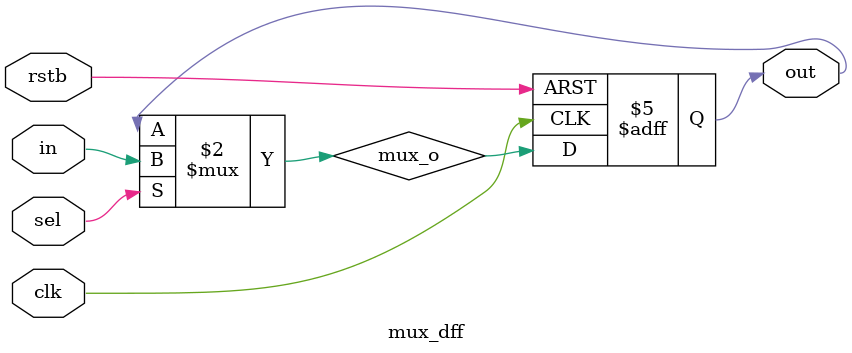
<source format=sv>
module mux_dff(
    input wire logic sel,
    input wire logic in,
    input wire logic clk,
    input wire logic rstb,
    output var logic out
);
    // internal mux
    logic mux_o;
    assign mux_o = (sel == 1'b0) ? out : in;

    // DFF
    always @(posedge clk or negedge rstb) begin
        if (rstb == 1'b0) begin
            out <= 1'b0;
        end else begin
            out <= mux_o;
        end
    end
endmodule
</source>
